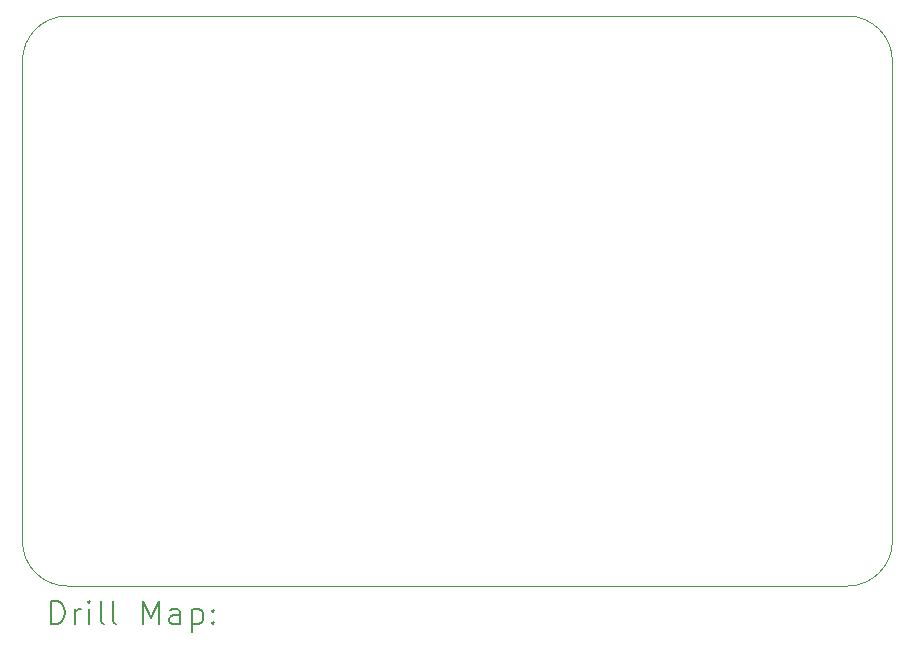
<source format=gbr>
%FSLAX45Y45*%
G04 Gerber Fmt 4.5, Leading zero omitted, Abs format (unit mm)*
G04 Created by KiCad (PCBNEW (5.99.0-9801-g46d71f0d23)) date 2021-03-18 00:24:44*
%MOMM*%
%LPD*%
G01*
G04 APERTURE LIST*
%TA.AperFunction,Profile*%
%ADD10C,0.100000*%
%TD*%
%ADD11C,0.200000*%
G04 APERTURE END LIST*
D10*
X23876000Y-3111500D02*
G75*
G03*
X23495000Y-2730500I-381000J0D01*
G01*
X23495000Y-2730500D02*
X16891000Y-2730500D01*
X23876000Y-7175500D02*
G75*
G02*
X23495000Y-7556500I-381000J0D01*
G01*
X23876000Y-7175500D02*
X23876000Y-3111500D01*
X16510000Y-3111500D02*
G75*
G02*
X16891000Y-2730500I381000J0D01*
G01*
X16891000Y-7556500D02*
X23495000Y-7556500D01*
X16891000Y-7556500D02*
G75*
G02*
X16510000Y-7175500I0J381000D01*
G01*
X16510000Y-3111500D02*
X16510000Y-7175500D01*
D11*
X16752619Y-7881976D02*
X16752619Y-7681976D01*
X16800238Y-7681976D01*
X16828810Y-7691500D01*
X16847857Y-7710548D01*
X16857381Y-7729595D01*
X16866905Y-7767690D01*
X16866905Y-7796262D01*
X16857381Y-7834357D01*
X16847857Y-7853405D01*
X16828810Y-7872452D01*
X16800238Y-7881976D01*
X16752619Y-7881976D01*
X16952619Y-7881976D02*
X16952619Y-7748643D01*
X16952619Y-7786738D02*
X16962143Y-7767690D01*
X16971667Y-7758167D01*
X16990714Y-7748643D01*
X17009762Y-7748643D01*
X17076429Y-7881976D02*
X17076429Y-7748643D01*
X17076429Y-7681976D02*
X17066905Y-7691500D01*
X17076429Y-7701024D01*
X17085952Y-7691500D01*
X17076429Y-7681976D01*
X17076429Y-7701024D01*
X17200238Y-7881976D02*
X17181190Y-7872452D01*
X17171667Y-7853405D01*
X17171667Y-7681976D01*
X17305000Y-7881976D02*
X17285952Y-7872452D01*
X17276429Y-7853405D01*
X17276429Y-7681976D01*
X17533571Y-7881976D02*
X17533571Y-7681976D01*
X17600238Y-7824833D01*
X17666905Y-7681976D01*
X17666905Y-7881976D01*
X17847857Y-7881976D02*
X17847857Y-7777214D01*
X17838333Y-7758167D01*
X17819286Y-7748643D01*
X17781190Y-7748643D01*
X17762143Y-7758167D01*
X17847857Y-7872452D02*
X17828810Y-7881976D01*
X17781190Y-7881976D01*
X17762143Y-7872452D01*
X17752619Y-7853405D01*
X17752619Y-7834357D01*
X17762143Y-7815309D01*
X17781190Y-7805786D01*
X17828810Y-7805786D01*
X17847857Y-7796262D01*
X17943095Y-7748643D02*
X17943095Y-7948643D01*
X17943095Y-7758167D02*
X17962143Y-7748643D01*
X18000238Y-7748643D01*
X18019286Y-7758167D01*
X18028810Y-7767690D01*
X18038333Y-7786738D01*
X18038333Y-7843881D01*
X18028810Y-7862928D01*
X18019286Y-7872452D01*
X18000238Y-7881976D01*
X17962143Y-7881976D01*
X17943095Y-7872452D01*
X18124048Y-7862928D02*
X18133571Y-7872452D01*
X18124048Y-7881976D01*
X18114524Y-7872452D01*
X18124048Y-7862928D01*
X18124048Y-7881976D01*
X18124048Y-7758167D02*
X18133571Y-7767690D01*
X18124048Y-7777214D01*
X18114524Y-7767690D01*
X18124048Y-7758167D01*
X18124048Y-7777214D01*
M02*

</source>
